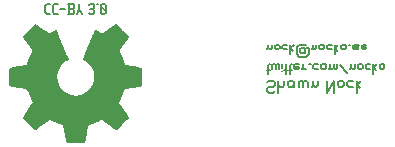
<source format=gbr>
G04 start of page 9 for group -4078 idx -4078 *
G04 Title: nRF51x22 Breakout, bottomsilk *
G04 Creator: pcb 1.99z *
G04 CreationDate: Mon 01 Apr 2013 09:41:00 PM GMT UTC *
G04 For: nock *
G04 Format: Gerber/RS-274X *
G04 PCB-Dimensions (mil): 1500.00 1200.00 *
G04 PCB-Coordinate-Origin: lower left *
%MOIN*%
%FSLAX25Y25*%
%LNBOTTOMSILK*%
%ADD45C,0.0070*%
%ADD44C,0.0001*%
G54D44*G36*
X36531Y38568D02*X30938D01*
X30752Y38638D01*
X30650Y38806D01*
X30552Y39322D01*
X30505Y39566D01*
X30460Y39811D01*
X29603Y44433D01*
X29500Y44627D01*
X29321Y44752D01*
X29094Y44845D01*
X27382Y45438D01*
X25756Y46206D01*
X25745Y46218D01*
X25556Y46294D01*
X25338Y46329D01*
X25127Y46261D01*
X21270Y43613D01*
X21071Y43475D01*
X20869Y43337D01*
X20428Y43038D01*
X20238Y42990D01*
X20060Y43070D01*
X19685Y43451D01*
X19338Y43787D01*
X18253Y44872D01*
X17906Y45225D01*
X16821Y46304D01*
X16474Y46656D01*
X16099Y47026D01*
X16017Y47211D01*
X16062Y47405D01*
X16364Y47840D01*
X16506Y48044D01*
X16648Y48247D01*
X19230Y52023D01*
X19296Y52229D01*
X19262Y52440D01*
X19170Y52652D01*
X18328Y54345D01*
X17678Y56140D01*
X17591Y56330D01*
X17463Y56508D01*
X17266Y56606D01*
X12838Y57426D01*
X12598Y57475D01*
X12356Y57519D01*
X11830Y57616D01*
X11664Y57719D01*
X11596Y57904D01*
Y63502D01*
X11664Y63690D01*
X11830Y63795D01*
X12356Y63888D01*
X12598Y63931D01*
X12838Y63980D01*
X17141Y64783D01*
X17328Y64883D01*
X17450Y65059D01*
X17505Y65201D01*
X17510Y65222D01*
X18167Y67208D01*
X19056Y69075D01*
X19073Y69097D01*
X19110Y69194D01*
X19145Y69409D01*
X19078Y69618D01*
X16637Y73165D01*
X16500Y73368D01*
X16364Y73566D01*
X16062Y74006D01*
X16017Y74200D01*
X16099Y74380D01*
X16474Y74761D01*
X17906Y76193D01*
X18253Y76534D01*
X19338Y77613D01*
X19685Y77966D01*
X20060Y78336D01*
X20238Y78419D01*
X20428Y78373D01*
X20869Y78069D01*
X21071Y77934D01*
X21270Y77798D01*
X24742Y75416D01*
X24950Y75356D01*
X25160Y75401D01*
X25881Y75802D01*
X26096Y75918D01*
X26310Y76030D01*
X27064Y76420D01*
X27245Y76433D01*
X27373Y76306D01*
X27694Y75525D01*
X27787Y75300D01*
X27882Y75075D01*
X30889Y67788D01*
X30987Y67569D01*
X31078Y67344D01*
X31291Y66829D01*
X31299Y66629D01*
X31181Y66470D01*
X30705Y66183D01*
X30552Y66076D01*
X30400Y65950D01*
X29230Y64979D01*
X28328Y63754D01*
X27750Y62325D01*
X27546Y60741D01*
X27671Y59494D01*
X28032Y58331D01*
X28602Y57279D01*
X29357Y56361D01*
X30273Y55604D01*
X31323Y55033D01*
X32484Y54670D01*
X33731Y54545D01*
X34978Y54670D01*
X36141Y55033D01*
X37192Y55604D01*
X38107Y56361D01*
X38864Y57279D01*
X39435Y58331D01*
X39795Y59494D01*
X39921Y60741D01*
X39717Y62325D01*
X39139Y63754D01*
X38239Y64979D01*
X37069Y65950D01*
X36916Y66076D01*
X36764Y66183D01*
X36287Y66470D01*
X36169Y66629D01*
X36173Y66829D01*
X36389Y67344D01*
X36482Y67569D01*
X36574Y67788D01*
X39585Y75075D01*
X39682Y75300D01*
X39775Y75525D01*
X40095Y76306D01*
X40224Y76433D01*
X40405Y76420D01*
X41153Y76030D01*
X41373Y75918D01*
X41588Y75802D01*
X42309Y75401D01*
X42519Y75356D01*
X42727Y75416D01*
X46199Y77798D01*
X46398Y77934D01*
X46600Y78069D01*
X47039Y78373D01*
X47231Y78419D01*
X47409Y78336D01*
X47784Y77966D01*
X48131Y77613D01*
X49216Y76534D01*
X49563Y76193D01*
X50995Y74761D01*
X51370Y74380D01*
X51452Y74200D01*
X51408Y74006D01*
X51103Y73566D01*
X50968Y73368D01*
X50827Y73165D01*
X48391Y69618D01*
X48321Y69409D01*
X48359Y69194D01*
X48413Y69058D01*
X49299Y67191D01*
X49959Y65206D01*
X50018Y65059D01*
X50139Y64883D01*
X50328Y64783D01*
X54630Y63980D01*
X54870Y63931D01*
X55113Y63888D01*
X55634Y63795D01*
X55804Y63690D01*
X55873Y63502D01*
Y57904D01*
X55804Y57719D01*
X55634Y57616D01*
X55113Y57519D01*
X54870Y57475D01*
X54630Y57426D01*
X50198Y56606D01*
X50005Y56508D01*
X49873Y56330D01*
X49791Y56140D01*
X49141Y54345D01*
X48299Y52652D01*
X48206Y52440D01*
X48170Y52229D01*
X48239Y52023D01*
X50821Y48247D01*
X50963Y48044D01*
X51103Y47840D01*
X51408Y47405D01*
X51452Y47211D01*
X51370Y47026D01*
X50995Y46656D01*
X50648Y46304D01*
X49563Y45225D01*
X49216Y44872D01*
X48131Y43787D01*
X47784Y43451D01*
X47409Y43070D01*
X47231Y42990D01*
X47039Y43038D01*
X46600Y43337D01*
X46398Y43475D01*
X46199Y43613D01*
X42337Y46261D01*
X42131Y46329D01*
X41913Y46294D01*
X41723Y46218D01*
X41707Y46206D01*
X40087Y45438D01*
X38375Y44845D01*
X38148Y44752D01*
X37969Y44627D01*
X37866Y44433D01*
X37009Y39811D01*
X36964Y39566D01*
X36916Y39322D01*
X36819Y38806D01*
X36717Y38638D01*
X36531Y38568D01*
G37*
G54D45*X99500Y55500D02*X100000Y56000D01*
X98000Y55500D02*X99500D01*
X97500Y56000D02*X98000Y55500D01*
X97500Y56000D02*Y57000D01*
X98000Y57500D01*
X99500D01*
X100000Y58000D01*
Y59000D01*
X99500Y59500D02*X100000Y59000D01*
X98000Y59500D02*X99500D01*
X97500Y59000D02*X98000Y59500D01*
X101200Y55500D02*Y59500D01*
Y58000D02*X101700Y57500D01*
X102700D01*
X103200Y58000D01*
Y59500D01*
X105900Y57500D02*X106400Y58000D01*
X104900Y57500D02*X105900D01*
X104400Y58000D02*X104900Y57500D01*
X104400Y58000D02*Y59000D01*
X104900Y59500D01*
X106400Y57500D02*Y59000D01*
X106900Y59500D01*
X104900D02*X105900D01*
X106400Y59000D01*
X108100Y57500D02*Y59000D01*
X108600Y59500D01*
X109100D01*
X109600Y59000D01*
Y57500D02*Y59000D01*
X110100Y59500D01*
X110600D01*
X111100Y59000D01*
Y57500D02*Y59000D01*
X112800Y58000D02*Y59500D01*
Y58000D02*X113300Y57500D01*
X113800D01*
X114300Y58000D01*
Y59500D01*
X112300Y57500D02*X112800Y58000D01*
X117300Y55500D02*Y59500D01*
Y55500D02*X119800Y59500D01*
Y55500D02*Y59500D01*
X121000Y58000D02*Y59000D01*
Y58000D02*X121500Y57500D01*
X122500D01*
X123000Y58000D01*
Y59000D01*
X122500Y59500D02*X123000Y59000D01*
X121500Y59500D02*X122500D01*
X121000Y59000D02*X121500Y59500D01*
X124700Y57500D02*X126200D01*
X124200Y58000D02*X124700Y57500D01*
X124200Y58000D02*Y59000D01*
X124700Y59500D01*
X126200D01*
X127400Y55500D02*Y59500D01*
Y58000D02*X128900Y59500D01*
X127400Y58000D02*X128400Y57000D01*
X97900Y61800D02*Y64600D01*
X98300Y65000D01*
X97500Y63000D02*X98300D01*
X99100Y63400D02*Y64600D01*
X99500Y65000D01*
X99900D01*
X100300Y64600D01*
Y63400D02*Y64600D01*
X100700Y65000D01*
X101100D01*
X101500Y64600D01*
Y63400D02*Y64600D01*
X102460Y62600D02*Y62680D01*
Y63800D02*Y65000D01*
X103660Y61800D02*Y64600D01*
X104060Y65000D01*
X103260Y63000D02*X104060D01*
X105260Y61800D02*Y64600D01*
X105660Y65000D01*
X104860Y63000D02*X105660D01*
X106860Y65000D02*X108060D01*
X106460Y64600D02*X106860Y65000D01*
X106460Y63800D02*Y64600D01*
Y63800D02*X106860Y63400D01*
X107660D01*
X108060Y63800D01*
X106460Y64200D02*X108060D01*
Y63800D02*Y64200D01*
X109420Y63800D02*Y65000D01*
Y63800D02*X109820Y63400D01*
X110620D01*
X109020D02*X109420Y63800D01*
X111580Y65000D02*X111980D01*
X113340Y63400D02*X114540D01*
X112940Y63800D02*X113340Y63400D01*
X112940Y63800D02*Y64600D01*
X113340Y65000D01*
X114540D01*
X115500Y63800D02*Y64600D01*
Y63800D02*X115900Y63400D01*
X116700D01*
X117100Y63800D01*
Y64600D01*
X116700Y65000D02*X117100Y64600D01*
X115900Y65000D02*X116700D01*
X115500Y64600D02*X115900Y65000D01*
X118460Y63800D02*Y65000D01*
Y63800D02*X118860Y63400D01*
X119260D01*
X119660Y63800D01*
Y65000D01*
Y63800D02*X120060Y63400D01*
X120460D01*
X120860Y63800D01*
Y65000D01*
X118060Y63400D02*X118460Y63800D01*
X121820Y64600D02*X124220Y62200D01*
X125580Y63800D02*Y65000D01*
Y63800D02*X125980Y63400D01*
X126380D01*
X126780Y63800D01*
Y65000D01*
X125180Y63400D02*X125580Y63800D01*
X127740D02*Y64600D01*
Y63800D02*X128140Y63400D01*
X128940D01*
X129340Y63800D01*
Y64600D01*
X128940Y65000D02*X129340Y64600D01*
X128140Y65000D02*X128940D01*
X127740Y64600D02*X128140Y65000D01*
X130700Y63400D02*X131900D01*
X130300Y63800D02*X130700Y63400D01*
X130300Y63800D02*Y64600D01*
X130700Y65000D01*
X131900D01*
X132860Y61800D02*Y65000D01*
Y63800D02*X134060Y65000D01*
X132860Y63800D02*X133660Y63000D01*
X135020Y63800D02*Y64600D01*
Y63800D02*X135420Y63400D01*
X136220D01*
X136620Y63800D01*
Y64600D01*
X136220Y65000D02*X136620Y64600D01*
X135420Y65000D02*X136220D01*
X135020Y64600D02*X135420Y65000D01*
X97900Y70300D02*Y71500D01*
Y70300D02*X98300Y69900D01*
X98700D01*
X99100Y70300D01*
Y71500D01*
X97500Y69900D02*X97900Y70300D01*
X100060D02*Y71100D01*
Y70300D02*X100460Y69900D01*
X101260D01*
X101660Y70300D01*
Y71100D01*
X101260Y71500D02*X101660Y71100D01*
X100460Y71500D02*X101260D01*
X100060Y71100D02*X100460Y71500D01*
X103020Y69900D02*X104220D01*
X102620Y70300D02*X103020Y69900D01*
X102620Y70300D02*Y71100D01*
X103020Y71500D01*
X104220D01*
X105180Y68300D02*Y71500D01*
Y70300D02*X106380Y71500D01*
X105180Y70300D02*X105980Y69500D01*
X107340Y68300D02*Y70700D01*
X108140Y71500D01*
X110540D01*
X111340Y68300D02*Y70300D01*
Y68300D02*X110540Y67500D01*
X108140D02*X110540D01*
X108140D02*X107340Y68300D01*
X108540Y69100D02*Y69900D01*
X108940Y70300D01*
X109740D01*
X110140Y69900D01*
X110540Y70300D01*
X110140Y68700D02*Y69900D01*
Y69100D02*X109740Y68700D01*
X108940D02*X109740D01*
X108940D02*X108540Y69100D01*
X110540Y70300D02*X111340D01*
X112700D02*Y71500D01*
Y70300D02*X113100Y69900D01*
X113500D01*
X113900Y70300D01*
Y71500D01*
X112300Y69900D02*X112700Y70300D01*
X114860D02*Y71100D01*
Y70300D02*X115260Y69900D01*
X116060D01*
X116460Y70300D01*
Y71100D01*
X116060Y71500D02*X116460Y71100D01*
X115260Y71500D02*X116060D01*
X114860Y71100D02*X115260Y71500D01*
X117820Y69900D02*X119020D01*
X117420Y70300D02*X117820Y69900D01*
X117420Y70300D02*Y71100D01*
X117820Y71500D01*
X119020D01*
X119980Y68300D02*Y71500D01*
Y70300D02*X121180Y71500D01*
X119980Y70300D02*X120780Y69500D01*
X122140Y70300D02*Y71100D01*
Y70300D02*X122540Y69900D01*
X123340D01*
X123740Y70300D01*
Y71100D01*
X123340Y71500D02*X123740Y71100D01*
X122540Y71500D02*X123340D01*
X122140Y71100D02*X122540Y71500D01*
X124700D02*X125100D01*
X126460D02*X127660D01*
X128060Y71100D01*
X127660Y70700D02*X128060Y71100D01*
X126460Y70700D02*X127660D01*
X126060Y70300D02*X126460Y70700D01*
X126060Y70300D02*X126460Y69900D01*
X127660D01*
X128060Y70300D01*
X126060Y71100D02*X126460Y71500D01*
X129420D02*X130620D01*
X129020Y71100D02*X129420Y71500D01*
X129020Y70300D02*Y71100D01*
Y70300D02*X129420Y69900D01*
X130220D01*
X130620Y70300D01*
X129020Y70700D02*X130620D01*
Y70300D02*Y70700D01*
X24060Y85000D02*X25100D01*
X23500Y84440D02*X24060Y85000D01*
X23500Y82360D02*Y84440D01*
Y82360D02*X24060Y81800D01*
X25100D01*
X26620Y85000D02*X27660D01*
X26060Y84440D02*X26620Y85000D01*
X26060Y82360D02*Y84440D01*
Y82360D02*X26620Y81800D01*
X27660D01*
X28620Y83400D02*X30220D01*
X31180Y85000D02*X32780D01*
X33180Y84600D01*
Y83640D02*Y84600D01*
X32780Y83240D02*X33180Y83640D01*
X31580Y83240D02*X32780D01*
X31580Y81800D02*Y85000D01*
X31180Y81800D02*X32780D01*
X33180Y82200D01*
Y82840D01*
X32780Y83240D02*X33180Y82840D01*
X34140Y81800D02*X34940Y83400D01*
X35740Y81800D01*
X34940Y83400D02*Y85000D01*
X38140Y82200D02*X38540Y81800D01*
X39340D01*
X39740Y82200D01*
X39340Y85000D02*X39740Y84600D01*
X38540Y85000D02*X39340D01*
X38140Y84600D02*X38540Y85000D01*
Y83240D02*X39340D01*
X39740Y82200D02*Y82840D01*
Y83640D02*Y84600D01*
Y83640D02*X39340Y83240D01*
X39740Y82840D02*X39340Y83240D01*
X40700Y85000D02*X41100D01*
X42060Y84600D02*X42460Y85000D01*
X42060Y82200D02*Y84600D01*
Y82200D02*X42460Y81800D01*
X43260D01*
X43660Y82200D01*
Y84600D01*
X43260Y85000D02*X43660Y84600D01*
X42460Y85000D02*X43260D01*
X42060Y84200D02*X43660Y82600D01*
M02*

</source>
